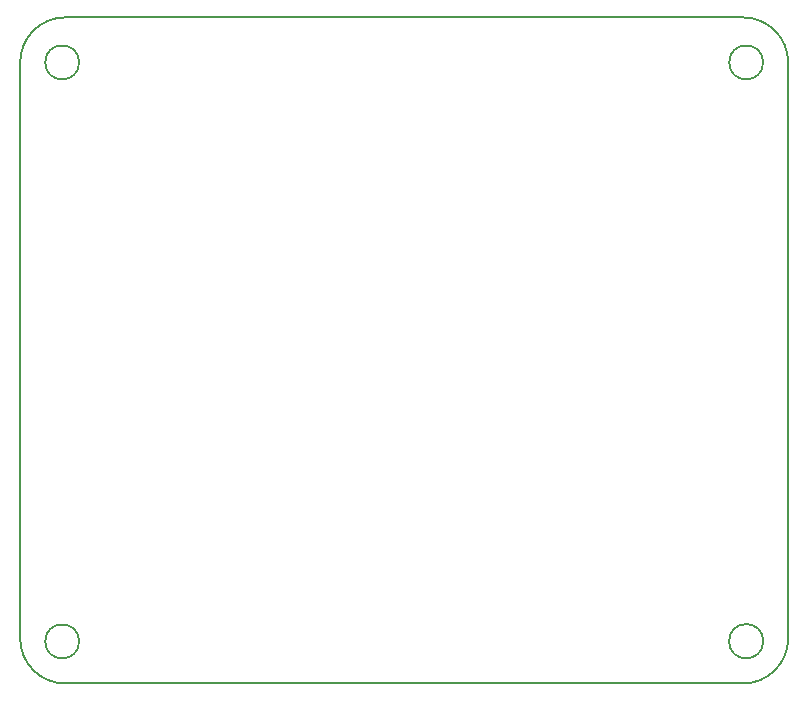
<source format=gbr>
G04 #@! TF.GenerationSoftware,KiCad,Pcbnew,(5.0.0-3-g5ebb6b6)*
G04 #@! TF.CreationDate,2019-05-19T23:28:32+02:00*
G04 #@! TF.ProjectId,Audio Board,417564696F20426F6172642E6B696361,rev?*
G04 #@! TF.SameCoordinates,Original*
G04 #@! TF.FileFunction,Profile,NP*
%FSLAX46Y46*%
G04 Gerber Fmt 4.6, Leading zero omitted, Abs format (unit mm)*
G04 Created by KiCad (PCBNEW (5.0.0-3-g5ebb6b6)) date Sunday, 19 May 2019 at 23:28:32*
%MOMM*%
%LPD*%
G01*
G04 APERTURE LIST*
%ADD10C,0.150000*%
G04 APERTURE END LIST*
D10*
X149518841Y-60960000D02*
G75*
G03X149518841Y-60960000I-1436841J0D01*
G01*
X91606841Y-60960000D02*
G75*
G03X91606841Y-60960000I-1436841J0D01*
G01*
X91606841Y-109982000D02*
G75*
G03X91606841Y-109982000I-1436841J0D01*
G01*
X149531661Y-109963949D02*
G75*
G03X149531661Y-109963949I-1449661J0D01*
G01*
X90424000Y-113538000D02*
G75*
G02X86614000Y-109728000I0J3810000D01*
G01*
X147828000Y-57150000D02*
G75*
G02X151638000Y-60960000I0J-3810000D01*
G01*
X151638000Y-109728000D02*
G75*
G02X147828000Y-113538000I-3810000J0D01*
G01*
X151638000Y-60960000D02*
X151638000Y-109728000D01*
X90424000Y-113538000D02*
X147828000Y-113538000D01*
X86614000Y-60960000D02*
G75*
G02X90424000Y-57150000I3810000J0D01*
G01*
X86614000Y-109728000D02*
X86614000Y-60960000D01*
X90424000Y-57150000D02*
X147828000Y-57150000D01*
M02*

</source>
